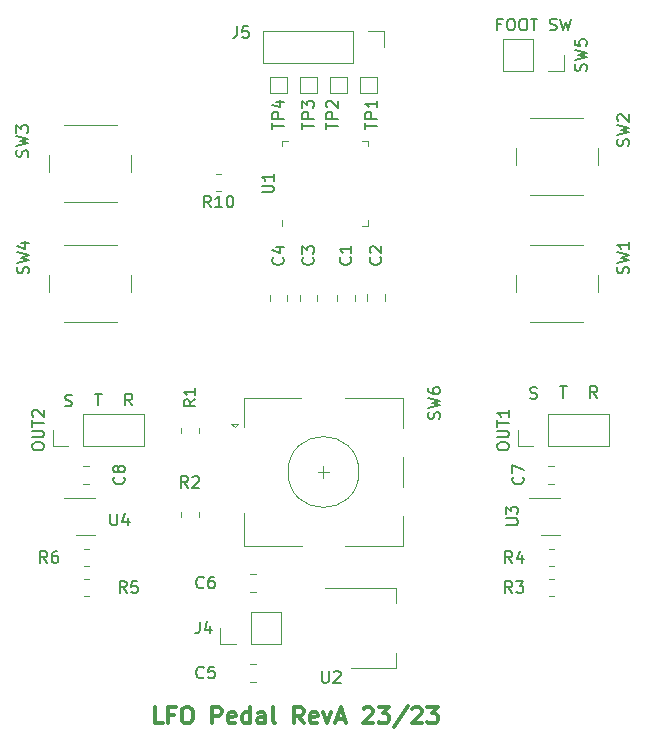
<source format=gbr>
%TF.GenerationSoftware,KiCad,Pcbnew,7.0.1-3b83917a11~172~ubuntu22.04.1*%
%TF.CreationDate,2023-06-11T16:35:38+01:00*%
%TF.ProjectId,lfo_expression_pedal,6c666f5f-6578-4707-9265-7373696f6e5f,rev?*%
%TF.SameCoordinates,Original*%
%TF.FileFunction,Legend,Top*%
%TF.FilePolarity,Positive*%
%FSLAX46Y46*%
G04 Gerber Fmt 4.6, Leading zero omitted, Abs format (unit mm)*
G04 Created by KiCad (PCBNEW 7.0.1-3b83917a11~172~ubuntu22.04.1) date 2023-06-11 16:35:38*
%MOMM*%
%LPD*%
G01*
G04 APERTURE LIST*
%ADD10C,0.300000*%
%ADD11C,0.150000*%
%ADD12C,0.120000*%
G04 APERTURE END LIST*
D10*
X127365000Y-123907666D02*
X126698333Y-123907666D01*
X126698333Y-123907666D02*
X126698333Y-122507666D01*
X128298333Y-123174333D02*
X127831666Y-123174333D01*
X127831666Y-123907666D02*
X127831666Y-122507666D01*
X127831666Y-122507666D02*
X128498333Y-122507666D01*
X129298333Y-122507666D02*
X129564999Y-122507666D01*
X129564999Y-122507666D02*
X129698333Y-122574333D01*
X129698333Y-122574333D02*
X129831666Y-122707666D01*
X129831666Y-122707666D02*
X129898333Y-122974333D01*
X129898333Y-122974333D02*
X129898333Y-123441000D01*
X129898333Y-123441000D02*
X129831666Y-123707666D01*
X129831666Y-123707666D02*
X129698333Y-123841000D01*
X129698333Y-123841000D02*
X129564999Y-123907666D01*
X129564999Y-123907666D02*
X129298333Y-123907666D01*
X129298333Y-123907666D02*
X129164999Y-123841000D01*
X129164999Y-123841000D02*
X129031666Y-123707666D01*
X129031666Y-123707666D02*
X128964999Y-123441000D01*
X128964999Y-123441000D02*
X128964999Y-122974333D01*
X128964999Y-122974333D02*
X129031666Y-122707666D01*
X129031666Y-122707666D02*
X129164999Y-122574333D01*
X129164999Y-122574333D02*
X129298333Y-122507666D01*
X131565000Y-123907666D02*
X131565000Y-122507666D01*
X131565000Y-122507666D02*
X132098333Y-122507666D01*
X132098333Y-122507666D02*
X132231667Y-122574333D01*
X132231667Y-122574333D02*
X132298333Y-122641000D01*
X132298333Y-122641000D02*
X132365000Y-122774333D01*
X132365000Y-122774333D02*
X132365000Y-122974333D01*
X132365000Y-122974333D02*
X132298333Y-123107666D01*
X132298333Y-123107666D02*
X132231667Y-123174333D01*
X132231667Y-123174333D02*
X132098333Y-123241000D01*
X132098333Y-123241000D02*
X131565000Y-123241000D01*
X133498333Y-123841000D02*
X133365000Y-123907666D01*
X133365000Y-123907666D02*
X133098333Y-123907666D01*
X133098333Y-123907666D02*
X132965000Y-123841000D01*
X132965000Y-123841000D02*
X132898333Y-123707666D01*
X132898333Y-123707666D02*
X132898333Y-123174333D01*
X132898333Y-123174333D02*
X132965000Y-123041000D01*
X132965000Y-123041000D02*
X133098333Y-122974333D01*
X133098333Y-122974333D02*
X133365000Y-122974333D01*
X133365000Y-122974333D02*
X133498333Y-123041000D01*
X133498333Y-123041000D02*
X133565000Y-123174333D01*
X133565000Y-123174333D02*
X133565000Y-123307666D01*
X133565000Y-123307666D02*
X132898333Y-123441000D01*
X134765000Y-123907666D02*
X134765000Y-122507666D01*
X134765000Y-123841000D02*
X134631667Y-123907666D01*
X134631667Y-123907666D02*
X134365000Y-123907666D01*
X134365000Y-123907666D02*
X134231667Y-123841000D01*
X134231667Y-123841000D02*
X134165000Y-123774333D01*
X134165000Y-123774333D02*
X134098333Y-123641000D01*
X134098333Y-123641000D02*
X134098333Y-123241000D01*
X134098333Y-123241000D02*
X134165000Y-123107666D01*
X134165000Y-123107666D02*
X134231667Y-123041000D01*
X134231667Y-123041000D02*
X134365000Y-122974333D01*
X134365000Y-122974333D02*
X134631667Y-122974333D01*
X134631667Y-122974333D02*
X134765000Y-123041000D01*
X136031667Y-123907666D02*
X136031667Y-123174333D01*
X136031667Y-123174333D02*
X135965000Y-123041000D01*
X135965000Y-123041000D02*
X135831667Y-122974333D01*
X135831667Y-122974333D02*
X135565000Y-122974333D01*
X135565000Y-122974333D02*
X135431667Y-123041000D01*
X136031667Y-123841000D02*
X135898334Y-123907666D01*
X135898334Y-123907666D02*
X135565000Y-123907666D01*
X135565000Y-123907666D02*
X135431667Y-123841000D01*
X135431667Y-123841000D02*
X135365000Y-123707666D01*
X135365000Y-123707666D02*
X135365000Y-123574333D01*
X135365000Y-123574333D02*
X135431667Y-123441000D01*
X135431667Y-123441000D02*
X135565000Y-123374333D01*
X135565000Y-123374333D02*
X135898334Y-123374333D01*
X135898334Y-123374333D02*
X136031667Y-123307666D01*
X136898334Y-123907666D02*
X136765001Y-123841000D01*
X136765001Y-123841000D02*
X136698334Y-123707666D01*
X136698334Y-123707666D02*
X136698334Y-122507666D01*
X139298334Y-123907666D02*
X138831667Y-123241000D01*
X138498334Y-123907666D02*
X138498334Y-122507666D01*
X138498334Y-122507666D02*
X139031667Y-122507666D01*
X139031667Y-122507666D02*
X139165001Y-122574333D01*
X139165001Y-122574333D02*
X139231667Y-122641000D01*
X139231667Y-122641000D02*
X139298334Y-122774333D01*
X139298334Y-122774333D02*
X139298334Y-122974333D01*
X139298334Y-122974333D02*
X139231667Y-123107666D01*
X139231667Y-123107666D02*
X139165001Y-123174333D01*
X139165001Y-123174333D02*
X139031667Y-123241000D01*
X139031667Y-123241000D02*
X138498334Y-123241000D01*
X140431667Y-123841000D02*
X140298334Y-123907666D01*
X140298334Y-123907666D02*
X140031667Y-123907666D01*
X140031667Y-123907666D02*
X139898334Y-123841000D01*
X139898334Y-123841000D02*
X139831667Y-123707666D01*
X139831667Y-123707666D02*
X139831667Y-123174333D01*
X139831667Y-123174333D02*
X139898334Y-123041000D01*
X139898334Y-123041000D02*
X140031667Y-122974333D01*
X140031667Y-122974333D02*
X140298334Y-122974333D01*
X140298334Y-122974333D02*
X140431667Y-123041000D01*
X140431667Y-123041000D02*
X140498334Y-123174333D01*
X140498334Y-123174333D02*
X140498334Y-123307666D01*
X140498334Y-123307666D02*
X139831667Y-123441000D01*
X140965001Y-122974333D02*
X141298334Y-123907666D01*
X141298334Y-123907666D02*
X141631667Y-122974333D01*
X142098334Y-123507666D02*
X142765001Y-123507666D01*
X141965001Y-123907666D02*
X142431668Y-122507666D01*
X142431668Y-122507666D02*
X142898334Y-123907666D01*
X144365001Y-122641000D02*
X144431668Y-122574333D01*
X144431668Y-122574333D02*
X144565001Y-122507666D01*
X144565001Y-122507666D02*
X144898335Y-122507666D01*
X144898335Y-122507666D02*
X145031668Y-122574333D01*
X145031668Y-122574333D02*
X145098335Y-122641000D01*
X145098335Y-122641000D02*
X145165001Y-122774333D01*
X145165001Y-122774333D02*
X145165001Y-122907666D01*
X145165001Y-122907666D02*
X145098335Y-123107666D01*
X145098335Y-123107666D02*
X144298335Y-123907666D01*
X144298335Y-123907666D02*
X145165001Y-123907666D01*
X145631668Y-122507666D02*
X146498334Y-122507666D01*
X146498334Y-122507666D02*
X146031668Y-123041000D01*
X146031668Y-123041000D02*
X146231668Y-123041000D01*
X146231668Y-123041000D02*
X146365001Y-123107666D01*
X146365001Y-123107666D02*
X146431668Y-123174333D01*
X146431668Y-123174333D02*
X146498334Y-123307666D01*
X146498334Y-123307666D02*
X146498334Y-123641000D01*
X146498334Y-123641000D02*
X146431668Y-123774333D01*
X146431668Y-123774333D02*
X146365001Y-123841000D01*
X146365001Y-123841000D02*
X146231668Y-123907666D01*
X146231668Y-123907666D02*
X145831668Y-123907666D01*
X145831668Y-123907666D02*
X145698334Y-123841000D01*
X145698334Y-123841000D02*
X145631668Y-123774333D01*
X148098334Y-122441000D02*
X146898334Y-124241000D01*
X148498334Y-122641000D02*
X148565001Y-122574333D01*
X148565001Y-122574333D02*
X148698334Y-122507666D01*
X148698334Y-122507666D02*
X149031668Y-122507666D01*
X149031668Y-122507666D02*
X149165001Y-122574333D01*
X149165001Y-122574333D02*
X149231668Y-122641000D01*
X149231668Y-122641000D02*
X149298334Y-122774333D01*
X149298334Y-122774333D02*
X149298334Y-122907666D01*
X149298334Y-122907666D02*
X149231668Y-123107666D01*
X149231668Y-123107666D02*
X148431668Y-123907666D01*
X148431668Y-123907666D02*
X149298334Y-123907666D01*
X149765001Y-122507666D02*
X150631667Y-122507666D01*
X150631667Y-122507666D02*
X150165001Y-123041000D01*
X150165001Y-123041000D02*
X150365001Y-123041000D01*
X150365001Y-123041000D02*
X150498334Y-123107666D01*
X150498334Y-123107666D02*
X150565001Y-123174333D01*
X150565001Y-123174333D02*
X150631667Y-123307666D01*
X150631667Y-123307666D02*
X150631667Y-123641000D01*
X150631667Y-123641000D02*
X150565001Y-123774333D01*
X150565001Y-123774333D02*
X150498334Y-123841000D01*
X150498334Y-123841000D02*
X150365001Y-123907666D01*
X150365001Y-123907666D02*
X149965001Y-123907666D01*
X149965001Y-123907666D02*
X149831667Y-123841000D01*
X149831667Y-123841000D02*
X149765001Y-123774333D01*
D11*
%TO.C,SW2*%
X166785000Y-74993332D02*
X166832619Y-74850475D01*
X166832619Y-74850475D02*
X166832619Y-74612380D01*
X166832619Y-74612380D02*
X166785000Y-74517142D01*
X166785000Y-74517142D02*
X166737380Y-74469523D01*
X166737380Y-74469523D02*
X166642142Y-74421904D01*
X166642142Y-74421904D02*
X166546904Y-74421904D01*
X166546904Y-74421904D02*
X166451666Y-74469523D01*
X166451666Y-74469523D02*
X166404047Y-74517142D01*
X166404047Y-74517142D02*
X166356428Y-74612380D01*
X166356428Y-74612380D02*
X166308809Y-74802856D01*
X166308809Y-74802856D02*
X166261190Y-74898094D01*
X166261190Y-74898094D02*
X166213571Y-74945713D01*
X166213571Y-74945713D02*
X166118333Y-74993332D01*
X166118333Y-74993332D02*
X166023095Y-74993332D01*
X166023095Y-74993332D02*
X165927857Y-74945713D01*
X165927857Y-74945713D02*
X165880238Y-74898094D01*
X165880238Y-74898094D02*
X165832619Y-74802856D01*
X165832619Y-74802856D02*
X165832619Y-74564761D01*
X165832619Y-74564761D02*
X165880238Y-74421904D01*
X165832619Y-74088570D02*
X166832619Y-73850475D01*
X166832619Y-73850475D02*
X166118333Y-73659999D01*
X166118333Y-73659999D02*
X166832619Y-73469523D01*
X166832619Y-73469523D02*
X165832619Y-73231428D01*
X165927857Y-72898094D02*
X165880238Y-72850475D01*
X165880238Y-72850475D02*
X165832619Y-72755237D01*
X165832619Y-72755237D02*
X165832619Y-72517142D01*
X165832619Y-72517142D02*
X165880238Y-72421904D01*
X165880238Y-72421904D02*
X165927857Y-72374285D01*
X165927857Y-72374285D02*
X166023095Y-72326666D01*
X166023095Y-72326666D02*
X166118333Y-72326666D01*
X166118333Y-72326666D02*
X166261190Y-72374285D01*
X166261190Y-72374285D02*
X166832619Y-72945713D01*
X166832619Y-72945713D02*
X166832619Y-72326666D01*
%TO.C,J2*%
X121634286Y-95982619D02*
X122205714Y-95982619D01*
X121920000Y-96982619D02*
X121920000Y-95982619D01*
X116302619Y-100536190D02*
X116302619Y-100345714D01*
X116302619Y-100345714D02*
X116350238Y-100250476D01*
X116350238Y-100250476D02*
X116445476Y-100155238D01*
X116445476Y-100155238D02*
X116635952Y-100107619D01*
X116635952Y-100107619D02*
X116969285Y-100107619D01*
X116969285Y-100107619D02*
X117159761Y-100155238D01*
X117159761Y-100155238D02*
X117255000Y-100250476D01*
X117255000Y-100250476D02*
X117302619Y-100345714D01*
X117302619Y-100345714D02*
X117302619Y-100536190D01*
X117302619Y-100536190D02*
X117255000Y-100631428D01*
X117255000Y-100631428D02*
X117159761Y-100726666D01*
X117159761Y-100726666D02*
X116969285Y-100774285D01*
X116969285Y-100774285D02*
X116635952Y-100774285D01*
X116635952Y-100774285D02*
X116445476Y-100726666D01*
X116445476Y-100726666D02*
X116350238Y-100631428D01*
X116350238Y-100631428D02*
X116302619Y-100536190D01*
X116302619Y-99679047D02*
X117112142Y-99679047D01*
X117112142Y-99679047D02*
X117207380Y-99631428D01*
X117207380Y-99631428D02*
X117255000Y-99583809D01*
X117255000Y-99583809D02*
X117302619Y-99488571D01*
X117302619Y-99488571D02*
X117302619Y-99298095D01*
X117302619Y-99298095D02*
X117255000Y-99202857D01*
X117255000Y-99202857D02*
X117207380Y-99155238D01*
X117207380Y-99155238D02*
X117112142Y-99107619D01*
X117112142Y-99107619D02*
X116302619Y-99107619D01*
X116302619Y-98774285D02*
X116302619Y-98202857D01*
X117302619Y-98488571D02*
X116302619Y-98488571D01*
X116397857Y-97917142D02*
X116350238Y-97869523D01*
X116350238Y-97869523D02*
X116302619Y-97774285D01*
X116302619Y-97774285D02*
X116302619Y-97536190D01*
X116302619Y-97536190D02*
X116350238Y-97440952D01*
X116350238Y-97440952D02*
X116397857Y-97393333D01*
X116397857Y-97393333D02*
X116493095Y-97345714D01*
X116493095Y-97345714D02*
X116588333Y-97345714D01*
X116588333Y-97345714D02*
X116731190Y-97393333D01*
X116731190Y-97393333D02*
X117302619Y-97964761D01*
X117302619Y-97964761D02*
X117302619Y-97345714D01*
X119665713Y-96105000D02*
X119522856Y-96057380D01*
X119522856Y-96057380D02*
X119284761Y-96057380D01*
X119284761Y-96057380D02*
X119189523Y-96105000D01*
X119189523Y-96105000D02*
X119141904Y-96152619D01*
X119141904Y-96152619D02*
X119094285Y-96247857D01*
X119094285Y-96247857D02*
X119094285Y-96343095D01*
X119094285Y-96343095D02*
X119141904Y-96438333D01*
X119141904Y-96438333D02*
X119189523Y-96485952D01*
X119189523Y-96485952D02*
X119284761Y-96533571D01*
X119284761Y-96533571D02*
X119475237Y-96581190D01*
X119475237Y-96581190D02*
X119570475Y-96628809D01*
X119570475Y-96628809D02*
X119618094Y-96676428D01*
X119618094Y-96676428D02*
X119665713Y-96771666D01*
X119665713Y-96771666D02*
X119665713Y-96866904D01*
X119665713Y-96866904D02*
X119618094Y-96962142D01*
X119618094Y-96962142D02*
X119570475Y-97009761D01*
X119570475Y-97009761D02*
X119475237Y-97057380D01*
X119475237Y-97057380D02*
X119237142Y-97057380D01*
X119237142Y-97057380D02*
X119094285Y-97009761D01*
X124769523Y-96982619D02*
X124436190Y-96506428D01*
X124198095Y-96982619D02*
X124198095Y-95982619D01*
X124198095Y-95982619D02*
X124579047Y-95982619D01*
X124579047Y-95982619D02*
X124674285Y-96030238D01*
X124674285Y-96030238D02*
X124721904Y-96077857D01*
X124721904Y-96077857D02*
X124769523Y-96173095D01*
X124769523Y-96173095D02*
X124769523Y-96315952D01*
X124769523Y-96315952D02*
X124721904Y-96411190D01*
X124721904Y-96411190D02*
X124674285Y-96458809D01*
X124674285Y-96458809D02*
X124579047Y-96506428D01*
X124579047Y-96506428D02*
X124198095Y-96506428D01*
%TO.C,SW6*%
X150783000Y-98107332D02*
X150830619Y-97964475D01*
X150830619Y-97964475D02*
X150830619Y-97726380D01*
X150830619Y-97726380D02*
X150783000Y-97631142D01*
X150783000Y-97631142D02*
X150735380Y-97583523D01*
X150735380Y-97583523D02*
X150640142Y-97535904D01*
X150640142Y-97535904D02*
X150544904Y-97535904D01*
X150544904Y-97535904D02*
X150449666Y-97583523D01*
X150449666Y-97583523D02*
X150402047Y-97631142D01*
X150402047Y-97631142D02*
X150354428Y-97726380D01*
X150354428Y-97726380D02*
X150306809Y-97916856D01*
X150306809Y-97916856D02*
X150259190Y-98012094D01*
X150259190Y-98012094D02*
X150211571Y-98059713D01*
X150211571Y-98059713D02*
X150116333Y-98107332D01*
X150116333Y-98107332D02*
X150021095Y-98107332D01*
X150021095Y-98107332D02*
X149925857Y-98059713D01*
X149925857Y-98059713D02*
X149878238Y-98012094D01*
X149878238Y-98012094D02*
X149830619Y-97916856D01*
X149830619Y-97916856D02*
X149830619Y-97678761D01*
X149830619Y-97678761D02*
X149878238Y-97535904D01*
X149830619Y-97202570D02*
X150830619Y-96964475D01*
X150830619Y-96964475D02*
X150116333Y-96773999D01*
X150116333Y-96773999D02*
X150830619Y-96583523D01*
X150830619Y-96583523D02*
X149830619Y-96345428D01*
X149830619Y-95535904D02*
X149830619Y-95726380D01*
X149830619Y-95726380D02*
X149878238Y-95821618D01*
X149878238Y-95821618D02*
X149925857Y-95869237D01*
X149925857Y-95869237D02*
X150068714Y-95964475D01*
X150068714Y-95964475D02*
X150259190Y-96012094D01*
X150259190Y-96012094D02*
X150640142Y-96012094D01*
X150640142Y-96012094D02*
X150735380Y-95964475D01*
X150735380Y-95964475D02*
X150783000Y-95916856D01*
X150783000Y-95916856D02*
X150830619Y-95821618D01*
X150830619Y-95821618D02*
X150830619Y-95631142D01*
X150830619Y-95631142D02*
X150783000Y-95535904D01*
X150783000Y-95535904D02*
X150735380Y-95488285D01*
X150735380Y-95488285D02*
X150640142Y-95440666D01*
X150640142Y-95440666D02*
X150402047Y-95440666D01*
X150402047Y-95440666D02*
X150306809Y-95488285D01*
X150306809Y-95488285D02*
X150259190Y-95535904D01*
X150259190Y-95535904D02*
X150211571Y-95631142D01*
X150211571Y-95631142D02*
X150211571Y-95821618D01*
X150211571Y-95821618D02*
X150259190Y-95916856D01*
X150259190Y-95916856D02*
X150306809Y-95964475D01*
X150306809Y-95964475D02*
X150402047Y-96012094D01*
%TO.C,SW1*%
X166785000Y-85788332D02*
X166832619Y-85645475D01*
X166832619Y-85645475D02*
X166832619Y-85407380D01*
X166832619Y-85407380D02*
X166785000Y-85312142D01*
X166785000Y-85312142D02*
X166737380Y-85264523D01*
X166737380Y-85264523D02*
X166642142Y-85216904D01*
X166642142Y-85216904D02*
X166546904Y-85216904D01*
X166546904Y-85216904D02*
X166451666Y-85264523D01*
X166451666Y-85264523D02*
X166404047Y-85312142D01*
X166404047Y-85312142D02*
X166356428Y-85407380D01*
X166356428Y-85407380D02*
X166308809Y-85597856D01*
X166308809Y-85597856D02*
X166261190Y-85693094D01*
X166261190Y-85693094D02*
X166213571Y-85740713D01*
X166213571Y-85740713D02*
X166118333Y-85788332D01*
X166118333Y-85788332D02*
X166023095Y-85788332D01*
X166023095Y-85788332D02*
X165927857Y-85740713D01*
X165927857Y-85740713D02*
X165880238Y-85693094D01*
X165880238Y-85693094D02*
X165832619Y-85597856D01*
X165832619Y-85597856D02*
X165832619Y-85359761D01*
X165832619Y-85359761D02*
X165880238Y-85216904D01*
X165832619Y-84883570D02*
X166832619Y-84645475D01*
X166832619Y-84645475D02*
X166118333Y-84454999D01*
X166118333Y-84454999D02*
X166832619Y-84264523D01*
X166832619Y-84264523D02*
X165832619Y-84026428D01*
X166832619Y-83121666D02*
X166832619Y-83693094D01*
X166832619Y-83407380D02*
X165832619Y-83407380D01*
X165832619Y-83407380D02*
X165975476Y-83502618D01*
X165975476Y-83502618D02*
X166070714Y-83597856D01*
X166070714Y-83597856D02*
X166118333Y-83693094D01*
%TO.C,U2*%
X140843095Y-119477619D02*
X140843095Y-120287142D01*
X140843095Y-120287142D02*
X140890714Y-120382380D01*
X140890714Y-120382380D02*
X140938333Y-120430000D01*
X140938333Y-120430000D02*
X141033571Y-120477619D01*
X141033571Y-120477619D02*
X141224047Y-120477619D01*
X141224047Y-120477619D02*
X141319285Y-120430000D01*
X141319285Y-120430000D02*
X141366904Y-120382380D01*
X141366904Y-120382380D02*
X141414523Y-120287142D01*
X141414523Y-120287142D02*
X141414523Y-119477619D01*
X141843095Y-119572857D02*
X141890714Y-119525238D01*
X141890714Y-119525238D02*
X141985952Y-119477619D01*
X141985952Y-119477619D02*
X142224047Y-119477619D01*
X142224047Y-119477619D02*
X142319285Y-119525238D01*
X142319285Y-119525238D02*
X142366904Y-119572857D01*
X142366904Y-119572857D02*
X142414523Y-119668095D01*
X142414523Y-119668095D02*
X142414523Y-119763333D01*
X142414523Y-119763333D02*
X142366904Y-119906190D01*
X142366904Y-119906190D02*
X141795476Y-120477619D01*
X141795476Y-120477619D02*
X142414523Y-120477619D01*
%TO.C,R10*%
X131437142Y-80217619D02*
X131103809Y-79741428D01*
X130865714Y-80217619D02*
X130865714Y-79217619D01*
X130865714Y-79217619D02*
X131246666Y-79217619D01*
X131246666Y-79217619D02*
X131341904Y-79265238D01*
X131341904Y-79265238D02*
X131389523Y-79312857D01*
X131389523Y-79312857D02*
X131437142Y-79408095D01*
X131437142Y-79408095D02*
X131437142Y-79550952D01*
X131437142Y-79550952D02*
X131389523Y-79646190D01*
X131389523Y-79646190D02*
X131341904Y-79693809D01*
X131341904Y-79693809D02*
X131246666Y-79741428D01*
X131246666Y-79741428D02*
X130865714Y-79741428D01*
X132389523Y-80217619D02*
X131818095Y-80217619D01*
X132103809Y-80217619D02*
X132103809Y-79217619D01*
X132103809Y-79217619D02*
X132008571Y-79360476D01*
X132008571Y-79360476D02*
X131913333Y-79455714D01*
X131913333Y-79455714D02*
X131818095Y-79503333D01*
X133008571Y-79217619D02*
X133103809Y-79217619D01*
X133103809Y-79217619D02*
X133199047Y-79265238D01*
X133199047Y-79265238D02*
X133246666Y-79312857D01*
X133246666Y-79312857D02*
X133294285Y-79408095D01*
X133294285Y-79408095D02*
X133341904Y-79598571D01*
X133341904Y-79598571D02*
X133341904Y-79836666D01*
X133341904Y-79836666D02*
X133294285Y-80027142D01*
X133294285Y-80027142D02*
X133246666Y-80122380D01*
X133246666Y-80122380D02*
X133199047Y-80170000D01*
X133199047Y-80170000D02*
X133103809Y-80217619D01*
X133103809Y-80217619D02*
X133008571Y-80217619D01*
X133008571Y-80217619D02*
X132913333Y-80170000D01*
X132913333Y-80170000D02*
X132865714Y-80122380D01*
X132865714Y-80122380D02*
X132818095Y-80027142D01*
X132818095Y-80027142D02*
X132770476Y-79836666D01*
X132770476Y-79836666D02*
X132770476Y-79598571D01*
X132770476Y-79598571D02*
X132818095Y-79408095D01*
X132818095Y-79408095D02*
X132865714Y-79312857D01*
X132865714Y-79312857D02*
X132913333Y-79265238D01*
X132913333Y-79265238D02*
X133008571Y-79217619D01*
%TO.C,C2*%
X145782380Y-84434166D02*
X145830000Y-84481785D01*
X145830000Y-84481785D02*
X145877619Y-84624642D01*
X145877619Y-84624642D02*
X145877619Y-84719880D01*
X145877619Y-84719880D02*
X145830000Y-84862737D01*
X145830000Y-84862737D02*
X145734761Y-84957975D01*
X145734761Y-84957975D02*
X145639523Y-85005594D01*
X145639523Y-85005594D02*
X145449047Y-85053213D01*
X145449047Y-85053213D02*
X145306190Y-85053213D01*
X145306190Y-85053213D02*
X145115714Y-85005594D01*
X145115714Y-85005594D02*
X145020476Y-84957975D01*
X145020476Y-84957975D02*
X144925238Y-84862737D01*
X144925238Y-84862737D02*
X144877619Y-84719880D01*
X144877619Y-84719880D02*
X144877619Y-84624642D01*
X144877619Y-84624642D02*
X144925238Y-84481785D01*
X144925238Y-84481785D02*
X144972857Y-84434166D01*
X144972857Y-84053213D02*
X144925238Y-84005594D01*
X144925238Y-84005594D02*
X144877619Y-83910356D01*
X144877619Y-83910356D02*
X144877619Y-83672261D01*
X144877619Y-83672261D02*
X144925238Y-83577023D01*
X144925238Y-83577023D02*
X144972857Y-83529404D01*
X144972857Y-83529404D02*
X145068095Y-83481785D01*
X145068095Y-83481785D02*
X145163333Y-83481785D01*
X145163333Y-83481785D02*
X145306190Y-83529404D01*
X145306190Y-83529404D02*
X145877619Y-84100832D01*
X145877619Y-84100832D02*
X145877619Y-83481785D01*
%TO.C,SW4*%
X115985000Y-85788332D02*
X116032619Y-85645475D01*
X116032619Y-85645475D02*
X116032619Y-85407380D01*
X116032619Y-85407380D02*
X115985000Y-85312142D01*
X115985000Y-85312142D02*
X115937380Y-85264523D01*
X115937380Y-85264523D02*
X115842142Y-85216904D01*
X115842142Y-85216904D02*
X115746904Y-85216904D01*
X115746904Y-85216904D02*
X115651666Y-85264523D01*
X115651666Y-85264523D02*
X115604047Y-85312142D01*
X115604047Y-85312142D02*
X115556428Y-85407380D01*
X115556428Y-85407380D02*
X115508809Y-85597856D01*
X115508809Y-85597856D02*
X115461190Y-85693094D01*
X115461190Y-85693094D02*
X115413571Y-85740713D01*
X115413571Y-85740713D02*
X115318333Y-85788332D01*
X115318333Y-85788332D02*
X115223095Y-85788332D01*
X115223095Y-85788332D02*
X115127857Y-85740713D01*
X115127857Y-85740713D02*
X115080238Y-85693094D01*
X115080238Y-85693094D02*
X115032619Y-85597856D01*
X115032619Y-85597856D02*
X115032619Y-85359761D01*
X115032619Y-85359761D02*
X115080238Y-85216904D01*
X115032619Y-84883570D02*
X116032619Y-84645475D01*
X116032619Y-84645475D02*
X115318333Y-84454999D01*
X115318333Y-84454999D02*
X116032619Y-84264523D01*
X116032619Y-84264523D02*
X115032619Y-84026428D01*
X115365952Y-83216904D02*
X116032619Y-83216904D01*
X114985000Y-83454999D02*
X115699285Y-83693094D01*
X115699285Y-83693094D02*
X115699285Y-83074047D01*
%TO.C,SW3*%
X115910000Y-75918332D02*
X115957619Y-75775475D01*
X115957619Y-75775475D02*
X115957619Y-75537380D01*
X115957619Y-75537380D02*
X115910000Y-75442142D01*
X115910000Y-75442142D02*
X115862380Y-75394523D01*
X115862380Y-75394523D02*
X115767142Y-75346904D01*
X115767142Y-75346904D02*
X115671904Y-75346904D01*
X115671904Y-75346904D02*
X115576666Y-75394523D01*
X115576666Y-75394523D02*
X115529047Y-75442142D01*
X115529047Y-75442142D02*
X115481428Y-75537380D01*
X115481428Y-75537380D02*
X115433809Y-75727856D01*
X115433809Y-75727856D02*
X115386190Y-75823094D01*
X115386190Y-75823094D02*
X115338571Y-75870713D01*
X115338571Y-75870713D02*
X115243333Y-75918332D01*
X115243333Y-75918332D02*
X115148095Y-75918332D01*
X115148095Y-75918332D02*
X115052857Y-75870713D01*
X115052857Y-75870713D02*
X115005238Y-75823094D01*
X115005238Y-75823094D02*
X114957619Y-75727856D01*
X114957619Y-75727856D02*
X114957619Y-75489761D01*
X114957619Y-75489761D02*
X115005238Y-75346904D01*
X114957619Y-75013570D02*
X115957619Y-74775475D01*
X115957619Y-74775475D02*
X115243333Y-74584999D01*
X115243333Y-74584999D02*
X115957619Y-74394523D01*
X115957619Y-74394523D02*
X114957619Y-74156428D01*
X114957619Y-73870713D02*
X114957619Y-73251666D01*
X114957619Y-73251666D02*
X115338571Y-73584999D01*
X115338571Y-73584999D02*
X115338571Y-73442142D01*
X115338571Y-73442142D02*
X115386190Y-73346904D01*
X115386190Y-73346904D02*
X115433809Y-73299285D01*
X115433809Y-73299285D02*
X115529047Y-73251666D01*
X115529047Y-73251666D02*
X115767142Y-73251666D01*
X115767142Y-73251666D02*
X115862380Y-73299285D01*
X115862380Y-73299285D02*
X115910000Y-73346904D01*
X115910000Y-73346904D02*
X115957619Y-73442142D01*
X115957619Y-73442142D02*
X115957619Y-73727856D01*
X115957619Y-73727856D02*
X115910000Y-73823094D01*
X115910000Y-73823094D02*
X115862380Y-73870713D01*
%TO.C,J5*%
X133651666Y-64867619D02*
X133651666Y-65581904D01*
X133651666Y-65581904D02*
X133604047Y-65724761D01*
X133604047Y-65724761D02*
X133508809Y-65820000D01*
X133508809Y-65820000D02*
X133365952Y-65867619D01*
X133365952Y-65867619D02*
X133270714Y-65867619D01*
X134604047Y-64867619D02*
X134127857Y-64867619D01*
X134127857Y-64867619D02*
X134080238Y-65343809D01*
X134080238Y-65343809D02*
X134127857Y-65296190D01*
X134127857Y-65296190D02*
X134223095Y-65248571D01*
X134223095Y-65248571D02*
X134461190Y-65248571D01*
X134461190Y-65248571D02*
X134556428Y-65296190D01*
X134556428Y-65296190D02*
X134604047Y-65343809D01*
X134604047Y-65343809D02*
X134651666Y-65439047D01*
X134651666Y-65439047D02*
X134651666Y-65677142D01*
X134651666Y-65677142D02*
X134604047Y-65772380D01*
X134604047Y-65772380D02*
X134556428Y-65820000D01*
X134556428Y-65820000D02*
X134461190Y-65867619D01*
X134461190Y-65867619D02*
X134223095Y-65867619D01*
X134223095Y-65867619D02*
X134127857Y-65820000D01*
X134127857Y-65820000D02*
X134080238Y-65772380D01*
%TO.C,R3*%
X156948333Y-112857619D02*
X156615000Y-112381428D01*
X156376905Y-112857619D02*
X156376905Y-111857619D01*
X156376905Y-111857619D02*
X156757857Y-111857619D01*
X156757857Y-111857619D02*
X156853095Y-111905238D01*
X156853095Y-111905238D02*
X156900714Y-111952857D01*
X156900714Y-111952857D02*
X156948333Y-112048095D01*
X156948333Y-112048095D02*
X156948333Y-112190952D01*
X156948333Y-112190952D02*
X156900714Y-112286190D01*
X156900714Y-112286190D02*
X156853095Y-112333809D01*
X156853095Y-112333809D02*
X156757857Y-112381428D01*
X156757857Y-112381428D02*
X156376905Y-112381428D01*
X157281667Y-111857619D02*
X157900714Y-111857619D01*
X157900714Y-111857619D02*
X157567381Y-112238571D01*
X157567381Y-112238571D02*
X157710238Y-112238571D01*
X157710238Y-112238571D02*
X157805476Y-112286190D01*
X157805476Y-112286190D02*
X157853095Y-112333809D01*
X157853095Y-112333809D02*
X157900714Y-112429047D01*
X157900714Y-112429047D02*
X157900714Y-112667142D01*
X157900714Y-112667142D02*
X157853095Y-112762380D01*
X157853095Y-112762380D02*
X157805476Y-112810000D01*
X157805476Y-112810000D02*
X157710238Y-112857619D01*
X157710238Y-112857619D02*
X157424524Y-112857619D01*
X157424524Y-112857619D02*
X157329286Y-112810000D01*
X157329286Y-112810000D02*
X157281667Y-112762380D01*
%TO.C,U3*%
X156440119Y-107121904D02*
X157249642Y-107121904D01*
X157249642Y-107121904D02*
X157344880Y-107074285D01*
X157344880Y-107074285D02*
X157392500Y-107026666D01*
X157392500Y-107026666D02*
X157440119Y-106931428D01*
X157440119Y-106931428D02*
X157440119Y-106740952D01*
X157440119Y-106740952D02*
X157392500Y-106645714D01*
X157392500Y-106645714D02*
X157344880Y-106598095D01*
X157344880Y-106598095D02*
X157249642Y-106550476D01*
X157249642Y-106550476D02*
X156440119Y-106550476D01*
X156440119Y-106169523D02*
X156440119Y-105550476D01*
X156440119Y-105550476D02*
X156821071Y-105883809D01*
X156821071Y-105883809D02*
X156821071Y-105740952D01*
X156821071Y-105740952D02*
X156868690Y-105645714D01*
X156868690Y-105645714D02*
X156916309Y-105598095D01*
X156916309Y-105598095D02*
X157011547Y-105550476D01*
X157011547Y-105550476D02*
X157249642Y-105550476D01*
X157249642Y-105550476D02*
X157344880Y-105598095D01*
X157344880Y-105598095D02*
X157392500Y-105645714D01*
X157392500Y-105645714D02*
X157440119Y-105740952D01*
X157440119Y-105740952D02*
X157440119Y-106026666D01*
X157440119Y-106026666D02*
X157392500Y-106121904D01*
X157392500Y-106121904D02*
X157344880Y-106169523D01*
%TO.C,C7*%
X157847380Y-103036666D02*
X157895000Y-103084285D01*
X157895000Y-103084285D02*
X157942619Y-103227142D01*
X157942619Y-103227142D02*
X157942619Y-103322380D01*
X157942619Y-103322380D02*
X157895000Y-103465237D01*
X157895000Y-103465237D02*
X157799761Y-103560475D01*
X157799761Y-103560475D02*
X157704523Y-103608094D01*
X157704523Y-103608094D02*
X157514047Y-103655713D01*
X157514047Y-103655713D02*
X157371190Y-103655713D01*
X157371190Y-103655713D02*
X157180714Y-103608094D01*
X157180714Y-103608094D02*
X157085476Y-103560475D01*
X157085476Y-103560475D02*
X156990238Y-103465237D01*
X156990238Y-103465237D02*
X156942619Y-103322380D01*
X156942619Y-103322380D02*
X156942619Y-103227142D01*
X156942619Y-103227142D02*
X156990238Y-103084285D01*
X156990238Y-103084285D02*
X157037857Y-103036666D01*
X156942619Y-102703332D02*
X156942619Y-102036666D01*
X156942619Y-102036666D02*
X157942619Y-102465237D01*
%TO.C,J4*%
X130476666Y-115286619D02*
X130476666Y-116000904D01*
X130476666Y-116000904D02*
X130429047Y-116143761D01*
X130429047Y-116143761D02*
X130333809Y-116239000D01*
X130333809Y-116239000D02*
X130190952Y-116286619D01*
X130190952Y-116286619D02*
X130095714Y-116286619D01*
X131381428Y-115619952D02*
X131381428Y-116286619D01*
X131143333Y-115239000D02*
X130905238Y-115953285D01*
X130905238Y-115953285D02*
X131524285Y-115953285D01*
%TO.C,TP3*%
X139162619Y-73596904D02*
X139162619Y-73025476D01*
X140162619Y-73311190D02*
X139162619Y-73311190D01*
X140162619Y-72692142D02*
X139162619Y-72692142D01*
X139162619Y-72692142D02*
X139162619Y-72311190D01*
X139162619Y-72311190D02*
X139210238Y-72215952D01*
X139210238Y-72215952D02*
X139257857Y-72168333D01*
X139257857Y-72168333D02*
X139353095Y-72120714D01*
X139353095Y-72120714D02*
X139495952Y-72120714D01*
X139495952Y-72120714D02*
X139591190Y-72168333D01*
X139591190Y-72168333D02*
X139638809Y-72215952D01*
X139638809Y-72215952D02*
X139686428Y-72311190D01*
X139686428Y-72311190D02*
X139686428Y-72692142D01*
X139162619Y-71787380D02*
X139162619Y-71168333D01*
X139162619Y-71168333D02*
X139543571Y-71501666D01*
X139543571Y-71501666D02*
X139543571Y-71358809D01*
X139543571Y-71358809D02*
X139591190Y-71263571D01*
X139591190Y-71263571D02*
X139638809Y-71215952D01*
X139638809Y-71215952D02*
X139734047Y-71168333D01*
X139734047Y-71168333D02*
X139972142Y-71168333D01*
X139972142Y-71168333D02*
X140067380Y-71215952D01*
X140067380Y-71215952D02*
X140115000Y-71263571D01*
X140115000Y-71263571D02*
X140162619Y-71358809D01*
X140162619Y-71358809D02*
X140162619Y-71644523D01*
X140162619Y-71644523D02*
X140115000Y-71739761D01*
X140115000Y-71739761D02*
X140067380Y-71787380D01*
%TO.C,R2*%
X129489333Y-103967619D02*
X129156000Y-103491428D01*
X128917905Y-103967619D02*
X128917905Y-102967619D01*
X128917905Y-102967619D02*
X129298857Y-102967619D01*
X129298857Y-102967619D02*
X129394095Y-103015238D01*
X129394095Y-103015238D02*
X129441714Y-103062857D01*
X129441714Y-103062857D02*
X129489333Y-103158095D01*
X129489333Y-103158095D02*
X129489333Y-103300952D01*
X129489333Y-103300952D02*
X129441714Y-103396190D01*
X129441714Y-103396190D02*
X129394095Y-103443809D01*
X129394095Y-103443809D02*
X129298857Y-103491428D01*
X129298857Y-103491428D02*
X128917905Y-103491428D01*
X129870286Y-103062857D02*
X129917905Y-103015238D01*
X129917905Y-103015238D02*
X130013143Y-102967619D01*
X130013143Y-102967619D02*
X130251238Y-102967619D01*
X130251238Y-102967619D02*
X130346476Y-103015238D01*
X130346476Y-103015238D02*
X130394095Y-103062857D01*
X130394095Y-103062857D02*
X130441714Y-103158095D01*
X130441714Y-103158095D02*
X130441714Y-103253333D01*
X130441714Y-103253333D02*
X130394095Y-103396190D01*
X130394095Y-103396190D02*
X129822667Y-103967619D01*
X129822667Y-103967619D02*
X130441714Y-103967619D01*
%TO.C,J6*%
X164139523Y-96347619D02*
X163806190Y-95871428D01*
X163568095Y-96347619D02*
X163568095Y-95347619D01*
X163568095Y-95347619D02*
X163949047Y-95347619D01*
X163949047Y-95347619D02*
X164044285Y-95395238D01*
X164044285Y-95395238D02*
X164091904Y-95442857D01*
X164091904Y-95442857D02*
X164139523Y-95538095D01*
X164139523Y-95538095D02*
X164139523Y-95680952D01*
X164139523Y-95680952D02*
X164091904Y-95776190D01*
X164091904Y-95776190D02*
X164044285Y-95823809D01*
X164044285Y-95823809D02*
X163949047Y-95871428D01*
X163949047Y-95871428D02*
X163568095Y-95871428D01*
X155672619Y-100536190D02*
X155672619Y-100345714D01*
X155672619Y-100345714D02*
X155720238Y-100250476D01*
X155720238Y-100250476D02*
X155815476Y-100155238D01*
X155815476Y-100155238D02*
X156005952Y-100107619D01*
X156005952Y-100107619D02*
X156339285Y-100107619D01*
X156339285Y-100107619D02*
X156529761Y-100155238D01*
X156529761Y-100155238D02*
X156625000Y-100250476D01*
X156625000Y-100250476D02*
X156672619Y-100345714D01*
X156672619Y-100345714D02*
X156672619Y-100536190D01*
X156672619Y-100536190D02*
X156625000Y-100631428D01*
X156625000Y-100631428D02*
X156529761Y-100726666D01*
X156529761Y-100726666D02*
X156339285Y-100774285D01*
X156339285Y-100774285D02*
X156005952Y-100774285D01*
X156005952Y-100774285D02*
X155815476Y-100726666D01*
X155815476Y-100726666D02*
X155720238Y-100631428D01*
X155720238Y-100631428D02*
X155672619Y-100536190D01*
X155672619Y-99679047D02*
X156482142Y-99679047D01*
X156482142Y-99679047D02*
X156577380Y-99631428D01*
X156577380Y-99631428D02*
X156625000Y-99583809D01*
X156625000Y-99583809D02*
X156672619Y-99488571D01*
X156672619Y-99488571D02*
X156672619Y-99298095D01*
X156672619Y-99298095D02*
X156625000Y-99202857D01*
X156625000Y-99202857D02*
X156577380Y-99155238D01*
X156577380Y-99155238D02*
X156482142Y-99107619D01*
X156482142Y-99107619D02*
X155672619Y-99107619D01*
X155672619Y-98774285D02*
X155672619Y-98202857D01*
X156672619Y-98488571D02*
X155672619Y-98488571D01*
X156672619Y-97345714D02*
X156672619Y-97917142D01*
X156672619Y-97631428D02*
X155672619Y-97631428D01*
X155672619Y-97631428D02*
X155815476Y-97726666D01*
X155815476Y-97726666D02*
X155910714Y-97821904D01*
X155910714Y-97821904D02*
X155958333Y-97917142D01*
X161004286Y-95347619D02*
X161575714Y-95347619D01*
X161290000Y-96347619D02*
X161290000Y-95347619D01*
X159035713Y-95470000D02*
X158892856Y-95422380D01*
X158892856Y-95422380D02*
X158654761Y-95422380D01*
X158654761Y-95422380D02*
X158559523Y-95470000D01*
X158559523Y-95470000D02*
X158511904Y-95517619D01*
X158511904Y-95517619D02*
X158464285Y-95612857D01*
X158464285Y-95612857D02*
X158464285Y-95708095D01*
X158464285Y-95708095D02*
X158511904Y-95803333D01*
X158511904Y-95803333D02*
X158559523Y-95850952D01*
X158559523Y-95850952D02*
X158654761Y-95898571D01*
X158654761Y-95898571D02*
X158845237Y-95946190D01*
X158845237Y-95946190D02*
X158940475Y-95993809D01*
X158940475Y-95993809D02*
X158988094Y-96041428D01*
X158988094Y-96041428D02*
X159035713Y-96136666D01*
X159035713Y-96136666D02*
X159035713Y-96231904D01*
X159035713Y-96231904D02*
X158988094Y-96327142D01*
X158988094Y-96327142D02*
X158940475Y-96374761D01*
X158940475Y-96374761D02*
X158845237Y-96422380D01*
X158845237Y-96422380D02*
X158607142Y-96422380D01*
X158607142Y-96422380D02*
X158464285Y-96374761D01*
%TO.C,TP4*%
X136622619Y-73596904D02*
X136622619Y-73025476D01*
X137622619Y-73311190D02*
X136622619Y-73311190D01*
X137622619Y-72692142D02*
X136622619Y-72692142D01*
X136622619Y-72692142D02*
X136622619Y-72311190D01*
X136622619Y-72311190D02*
X136670238Y-72215952D01*
X136670238Y-72215952D02*
X136717857Y-72168333D01*
X136717857Y-72168333D02*
X136813095Y-72120714D01*
X136813095Y-72120714D02*
X136955952Y-72120714D01*
X136955952Y-72120714D02*
X137051190Y-72168333D01*
X137051190Y-72168333D02*
X137098809Y-72215952D01*
X137098809Y-72215952D02*
X137146428Y-72311190D01*
X137146428Y-72311190D02*
X137146428Y-72692142D01*
X136955952Y-71263571D02*
X137622619Y-71263571D01*
X136575000Y-71501666D02*
X137289285Y-71739761D01*
X137289285Y-71739761D02*
X137289285Y-71120714D01*
%TO.C,C1*%
X143242380Y-84434166D02*
X143290000Y-84481785D01*
X143290000Y-84481785D02*
X143337619Y-84624642D01*
X143337619Y-84624642D02*
X143337619Y-84719880D01*
X143337619Y-84719880D02*
X143290000Y-84862737D01*
X143290000Y-84862737D02*
X143194761Y-84957975D01*
X143194761Y-84957975D02*
X143099523Y-85005594D01*
X143099523Y-85005594D02*
X142909047Y-85053213D01*
X142909047Y-85053213D02*
X142766190Y-85053213D01*
X142766190Y-85053213D02*
X142575714Y-85005594D01*
X142575714Y-85005594D02*
X142480476Y-84957975D01*
X142480476Y-84957975D02*
X142385238Y-84862737D01*
X142385238Y-84862737D02*
X142337619Y-84719880D01*
X142337619Y-84719880D02*
X142337619Y-84624642D01*
X142337619Y-84624642D02*
X142385238Y-84481785D01*
X142385238Y-84481785D02*
X142432857Y-84434166D01*
X143337619Y-83481785D02*
X143337619Y-84053213D01*
X143337619Y-83767499D02*
X142337619Y-83767499D01*
X142337619Y-83767499D02*
X142480476Y-83862737D01*
X142480476Y-83862737D02*
X142575714Y-83957975D01*
X142575714Y-83957975D02*
X142623333Y-84053213D01*
%TO.C,C5*%
X130816833Y-120001380D02*
X130769214Y-120049000D01*
X130769214Y-120049000D02*
X130626357Y-120096619D01*
X130626357Y-120096619D02*
X130531119Y-120096619D01*
X130531119Y-120096619D02*
X130388262Y-120049000D01*
X130388262Y-120049000D02*
X130293024Y-119953761D01*
X130293024Y-119953761D02*
X130245405Y-119858523D01*
X130245405Y-119858523D02*
X130197786Y-119668047D01*
X130197786Y-119668047D02*
X130197786Y-119525190D01*
X130197786Y-119525190D02*
X130245405Y-119334714D01*
X130245405Y-119334714D02*
X130293024Y-119239476D01*
X130293024Y-119239476D02*
X130388262Y-119144238D01*
X130388262Y-119144238D02*
X130531119Y-119096619D01*
X130531119Y-119096619D02*
X130626357Y-119096619D01*
X130626357Y-119096619D02*
X130769214Y-119144238D01*
X130769214Y-119144238D02*
X130816833Y-119191857D01*
X131721595Y-119096619D02*
X131245405Y-119096619D01*
X131245405Y-119096619D02*
X131197786Y-119572809D01*
X131197786Y-119572809D02*
X131245405Y-119525190D01*
X131245405Y-119525190D02*
X131340643Y-119477571D01*
X131340643Y-119477571D02*
X131578738Y-119477571D01*
X131578738Y-119477571D02*
X131673976Y-119525190D01*
X131673976Y-119525190D02*
X131721595Y-119572809D01*
X131721595Y-119572809D02*
X131769214Y-119668047D01*
X131769214Y-119668047D02*
X131769214Y-119906142D01*
X131769214Y-119906142D02*
X131721595Y-120001380D01*
X131721595Y-120001380D02*
X131673976Y-120049000D01*
X131673976Y-120049000D02*
X131578738Y-120096619D01*
X131578738Y-120096619D02*
X131340643Y-120096619D01*
X131340643Y-120096619D02*
X131245405Y-120049000D01*
X131245405Y-120049000D02*
X131197786Y-120001380D01*
%TO.C,TP2*%
X141194619Y-73596904D02*
X141194619Y-73025476D01*
X142194619Y-73311190D02*
X141194619Y-73311190D01*
X142194619Y-72692142D02*
X141194619Y-72692142D01*
X141194619Y-72692142D02*
X141194619Y-72311190D01*
X141194619Y-72311190D02*
X141242238Y-72215952D01*
X141242238Y-72215952D02*
X141289857Y-72168333D01*
X141289857Y-72168333D02*
X141385095Y-72120714D01*
X141385095Y-72120714D02*
X141527952Y-72120714D01*
X141527952Y-72120714D02*
X141623190Y-72168333D01*
X141623190Y-72168333D02*
X141670809Y-72215952D01*
X141670809Y-72215952D02*
X141718428Y-72311190D01*
X141718428Y-72311190D02*
X141718428Y-72692142D01*
X141289857Y-71739761D02*
X141242238Y-71692142D01*
X141242238Y-71692142D02*
X141194619Y-71596904D01*
X141194619Y-71596904D02*
X141194619Y-71358809D01*
X141194619Y-71358809D02*
X141242238Y-71263571D01*
X141242238Y-71263571D02*
X141289857Y-71215952D01*
X141289857Y-71215952D02*
X141385095Y-71168333D01*
X141385095Y-71168333D02*
X141480333Y-71168333D01*
X141480333Y-71168333D02*
X141623190Y-71215952D01*
X141623190Y-71215952D02*
X142194619Y-71787380D01*
X142194619Y-71787380D02*
X142194619Y-71168333D01*
%TO.C,C3*%
X140067380Y-84451666D02*
X140115000Y-84499285D01*
X140115000Y-84499285D02*
X140162619Y-84642142D01*
X140162619Y-84642142D02*
X140162619Y-84737380D01*
X140162619Y-84737380D02*
X140115000Y-84880237D01*
X140115000Y-84880237D02*
X140019761Y-84975475D01*
X140019761Y-84975475D02*
X139924523Y-85023094D01*
X139924523Y-85023094D02*
X139734047Y-85070713D01*
X139734047Y-85070713D02*
X139591190Y-85070713D01*
X139591190Y-85070713D02*
X139400714Y-85023094D01*
X139400714Y-85023094D02*
X139305476Y-84975475D01*
X139305476Y-84975475D02*
X139210238Y-84880237D01*
X139210238Y-84880237D02*
X139162619Y-84737380D01*
X139162619Y-84737380D02*
X139162619Y-84642142D01*
X139162619Y-84642142D02*
X139210238Y-84499285D01*
X139210238Y-84499285D02*
X139257857Y-84451666D01*
X139162619Y-84118332D02*
X139162619Y-83499285D01*
X139162619Y-83499285D02*
X139543571Y-83832618D01*
X139543571Y-83832618D02*
X139543571Y-83689761D01*
X139543571Y-83689761D02*
X139591190Y-83594523D01*
X139591190Y-83594523D02*
X139638809Y-83546904D01*
X139638809Y-83546904D02*
X139734047Y-83499285D01*
X139734047Y-83499285D02*
X139972142Y-83499285D01*
X139972142Y-83499285D02*
X140067380Y-83546904D01*
X140067380Y-83546904D02*
X140115000Y-83594523D01*
X140115000Y-83594523D02*
X140162619Y-83689761D01*
X140162619Y-83689761D02*
X140162619Y-83975475D01*
X140162619Y-83975475D02*
X140115000Y-84070713D01*
X140115000Y-84070713D02*
X140067380Y-84118332D01*
%TO.C,U1*%
X135739619Y-78938904D02*
X136549142Y-78938904D01*
X136549142Y-78938904D02*
X136644380Y-78891285D01*
X136644380Y-78891285D02*
X136692000Y-78843666D01*
X136692000Y-78843666D02*
X136739619Y-78748428D01*
X136739619Y-78748428D02*
X136739619Y-78557952D01*
X136739619Y-78557952D02*
X136692000Y-78462714D01*
X136692000Y-78462714D02*
X136644380Y-78415095D01*
X136644380Y-78415095D02*
X136549142Y-78367476D01*
X136549142Y-78367476D02*
X135739619Y-78367476D01*
X136739619Y-77367476D02*
X136739619Y-77938904D01*
X136739619Y-77653190D02*
X135739619Y-77653190D01*
X135739619Y-77653190D02*
X135882476Y-77748428D01*
X135882476Y-77748428D02*
X135977714Y-77843666D01*
X135977714Y-77843666D02*
X136025333Y-77938904D01*
%TO.C,R5*%
X124293333Y-112857619D02*
X123960000Y-112381428D01*
X123721905Y-112857619D02*
X123721905Y-111857619D01*
X123721905Y-111857619D02*
X124102857Y-111857619D01*
X124102857Y-111857619D02*
X124198095Y-111905238D01*
X124198095Y-111905238D02*
X124245714Y-111952857D01*
X124245714Y-111952857D02*
X124293333Y-112048095D01*
X124293333Y-112048095D02*
X124293333Y-112190952D01*
X124293333Y-112190952D02*
X124245714Y-112286190D01*
X124245714Y-112286190D02*
X124198095Y-112333809D01*
X124198095Y-112333809D02*
X124102857Y-112381428D01*
X124102857Y-112381428D02*
X123721905Y-112381428D01*
X125198095Y-111857619D02*
X124721905Y-111857619D01*
X124721905Y-111857619D02*
X124674286Y-112333809D01*
X124674286Y-112333809D02*
X124721905Y-112286190D01*
X124721905Y-112286190D02*
X124817143Y-112238571D01*
X124817143Y-112238571D02*
X125055238Y-112238571D01*
X125055238Y-112238571D02*
X125150476Y-112286190D01*
X125150476Y-112286190D02*
X125198095Y-112333809D01*
X125198095Y-112333809D02*
X125245714Y-112429047D01*
X125245714Y-112429047D02*
X125245714Y-112667142D01*
X125245714Y-112667142D02*
X125198095Y-112762380D01*
X125198095Y-112762380D02*
X125150476Y-112810000D01*
X125150476Y-112810000D02*
X125055238Y-112857619D01*
X125055238Y-112857619D02*
X124817143Y-112857619D01*
X124817143Y-112857619D02*
X124721905Y-112810000D01*
X124721905Y-112810000D02*
X124674286Y-112762380D01*
%TO.C,U4*%
X122936095Y-106142619D02*
X122936095Y-106952142D01*
X122936095Y-106952142D02*
X122983714Y-107047380D01*
X122983714Y-107047380D02*
X123031333Y-107095000D01*
X123031333Y-107095000D02*
X123126571Y-107142619D01*
X123126571Y-107142619D02*
X123317047Y-107142619D01*
X123317047Y-107142619D02*
X123412285Y-107095000D01*
X123412285Y-107095000D02*
X123459904Y-107047380D01*
X123459904Y-107047380D02*
X123507523Y-106952142D01*
X123507523Y-106952142D02*
X123507523Y-106142619D01*
X124412285Y-106475952D02*
X124412285Y-107142619D01*
X124174190Y-106095000D02*
X123936095Y-106809285D01*
X123936095Y-106809285D02*
X124555142Y-106809285D01*
%TO.C,C8*%
X124065380Y-103036666D02*
X124113000Y-103084285D01*
X124113000Y-103084285D02*
X124160619Y-103227142D01*
X124160619Y-103227142D02*
X124160619Y-103322380D01*
X124160619Y-103322380D02*
X124113000Y-103465237D01*
X124113000Y-103465237D02*
X124017761Y-103560475D01*
X124017761Y-103560475D02*
X123922523Y-103608094D01*
X123922523Y-103608094D02*
X123732047Y-103655713D01*
X123732047Y-103655713D02*
X123589190Y-103655713D01*
X123589190Y-103655713D02*
X123398714Y-103608094D01*
X123398714Y-103608094D02*
X123303476Y-103560475D01*
X123303476Y-103560475D02*
X123208238Y-103465237D01*
X123208238Y-103465237D02*
X123160619Y-103322380D01*
X123160619Y-103322380D02*
X123160619Y-103227142D01*
X123160619Y-103227142D02*
X123208238Y-103084285D01*
X123208238Y-103084285D02*
X123255857Y-103036666D01*
X123589190Y-102465237D02*
X123541571Y-102560475D01*
X123541571Y-102560475D02*
X123493952Y-102608094D01*
X123493952Y-102608094D02*
X123398714Y-102655713D01*
X123398714Y-102655713D02*
X123351095Y-102655713D01*
X123351095Y-102655713D02*
X123255857Y-102608094D01*
X123255857Y-102608094D02*
X123208238Y-102560475D01*
X123208238Y-102560475D02*
X123160619Y-102465237D01*
X123160619Y-102465237D02*
X123160619Y-102274761D01*
X123160619Y-102274761D02*
X123208238Y-102179523D01*
X123208238Y-102179523D02*
X123255857Y-102131904D01*
X123255857Y-102131904D02*
X123351095Y-102084285D01*
X123351095Y-102084285D02*
X123398714Y-102084285D01*
X123398714Y-102084285D02*
X123493952Y-102131904D01*
X123493952Y-102131904D02*
X123541571Y-102179523D01*
X123541571Y-102179523D02*
X123589190Y-102274761D01*
X123589190Y-102274761D02*
X123589190Y-102465237D01*
X123589190Y-102465237D02*
X123636809Y-102560475D01*
X123636809Y-102560475D02*
X123684428Y-102608094D01*
X123684428Y-102608094D02*
X123779666Y-102655713D01*
X123779666Y-102655713D02*
X123970142Y-102655713D01*
X123970142Y-102655713D02*
X124065380Y-102608094D01*
X124065380Y-102608094D02*
X124113000Y-102560475D01*
X124113000Y-102560475D02*
X124160619Y-102465237D01*
X124160619Y-102465237D02*
X124160619Y-102274761D01*
X124160619Y-102274761D02*
X124113000Y-102179523D01*
X124113000Y-102179523D02*
X124065380Y-102131904D01*
X124065380Y-102131904D02*
X123970142Y-102084285D01*
X123970142Y-102084285D02*
X123779666Y-102084285D01*
X123779666Y-102084285D02*
X123684428Y-102131904D01*
X123684428Y-102131904D02*
X123636809Y-102179523D01*
X123636809Y-102179523D02*
X123589190Y-102274761D01*
%TO.C,C6*%
X130816833Y-112381380D02*
X130769214Y-112429000D01*
X130769214Y-112429000D02*
X130626357Y-112476619D01*
X130626357Y-112476619D02*
X130531119Y-112476619D01*
X130531119Y-112476619D02*
X130388262Y-112429000D01*
X130388262Y-112429000D02*
X130293024Y-112333761D01*
X130293024Y-112333761D02*
X130245405Y-112238523D01*
X130245405Y-112238523D02*
X130197786Y-112048047D01*
X130197786Y-112048047D02*
X130197786Y-111905190D01*
X130197786Y-111905190D02*
X130245405Y-111714714D01*
X130245405Y-111714714D02*
X130293024Y-111619476D01*
X130293024Y-111619476D02*
X130388262Y-111524238D01*
X130388262Y-111524238D02*
X130531119Y-111476619D01*
X130531119Y-111476619D02*
X130626357Y-111476619D01*
X130626357Y-111476619D02*
X130769214Y-111524238D01*
X130769214Y-111524238D02*
X130816833Y-111571857D01*
X131673976Y-111476619D02*
X131483500Y-111476619D01*
X131483500Y-111476619D02*
X131388262Y-111524238D01*
X131388262Y-111524238D02*
X131340643Y-111571857D01*
X131340643Y-111571857D02*
X131245405Y-111714714D01*
X131245405Y-111714714D02*
X131197786Y-111905190D01*
X131197786Y-111905190D02*
X131197786Y-112286142D01*
X131197786Y-112286142D02*
X131245405Y-112381380D01*
X131245405Y-112381380D02*
X131293024Y-112429000D01*
X131293024Y-112429000D02*
X131388262Y-112476619D01*
X131388262Y-112476619D02*
X131578738Y-112476619D01*
X131578738Y-112476619D02*
X131673976Y-112429000D01*
X131673976Y-112429000D02*
X131721595Y-112381380D01*
X131721595Y-112381380D02*
X131769214Y-112286142D01*
X131769214Y-112286142D02*
X131769214Y-112048047D01*
X131769214Y-112048047D02*
X131721595Y-111952809D01*
X131721595Y-111952809D02*
X131673976Y-111905190D01*
X131673976Y-111905190D02*
X131578738Y-111857571D01*
X131578738Y-111857571D02*
X131388262Y-111857571D01*
X131388262Y-111857571D02*
X131293024Y-111905190D01*
X131293024Y-111905190D02*
X131245405Y-111952809D01*
X131245405Y-111952809D02*
X131197786Y-112048047D01*
%TO.C,R1*%
X130118619Y-96472666D02*
X129642428Y-96805999D01*
X130118619Y-97044094D02*
X129118619Y-97044094D01*
X129118619Y-97044094D02*
X129118619Y-96663142D01*
X129118619Y-96663142D02*
X129166238Y-96567904D01*
X129166238Y-96567904D02*
X129213857Y-96520285D01*
X129213857Y-96520285D02*
X129309095Y-96472666D01*
X129309095Y-96472666D02*
X129451952Y-96472666D01*
X129451952Y-96472666D02*
X129547190Y-96520285D01*
X129547190Y-96520285D02*
X129594809Y-96567904D01*
X129594809Y-96567904D02*
X129642428Y-96663142D01*
X129642428Y-96663142D02*
X129642428Y-97044094D01*
X130118619Y-95520285D02*
X130118619Y-96091713D01*
X130118619Y-95805999D02*
X129118619Y-95805999D01*
X129118619Y-95805999D02*
X129261476Y-95901237D01*
X129261476Y-95901237D02*
X129356714Y-95996475D01*
X129356714Y-95996475D02*
X129404333Y-96091713D01*
%TO.C,R6*%
X117578333Y-110317619D02*
X117245000Y-109841428D01*
X117006905Y-110317619D02*
X117006905Y-109317619D01*
X117006905Y-109317619D02*
X117387857Y-109317619D01*
X117387857Y-109317619D02*
X117483095Y-109365238D01*
X117483095Y-109365238D02*
X117530714Y-109412857D01*
X117530714Y-109412857D02*
X117578333Y-109508095D01*
X117578333Y-109508095D02*
X117578333Y-109650952D01*
X117578333Y-109650952D02*
X117530714Y-109746190D01*
X117530714Y-109746190D02*
X117483095Y-109793809D01*
X117483095Y-109793809D02*
X117387857Y-109841428D01*
X117387857Y-109841428D02*
X117006905Y-109841428D01*
X118435476Y-109317619D02*
X118245000Y-109317619D01*
X118245000Y-109317619D02*
X118149762Y-109365238D01*
X118149762Y-109365238D02*
X118102143Y-109412857D01*
X118102143Y-109412857D02*
X118006905Y-109555714D01*
X118006905Y-109555714D02*
X117959286Y-109746190D01*
X117959286Y-109746190D02*
X117959286Y-110127142D01*
X117959286Y-110127142D02*
X118006905Y-110222380D01*
X118006905Y-110222380D02*
X118054524Y-110270000D01*
X118054524Y-110270000D02*
X118149762Y-110317619D01*
X118149762Y-110317619D02*
X118340238Y-110317619D01*
X118340238Y-110317619D02*
X118435476Y-110270000D01*
X118435476Y-110270000D02*
X118483095Y-110222380D01*
X118483095Y-110222380D02*
X118530714Y-110127142D01*
X118530714Y-110127142D02*
X118530714Y-109889047D01*
X118530714Y-109889047D02*
X118483095Y-109793809D01*
X118483095Y-109793809D02*
X118435476Y-109746190D01*
X118435476Y-109746190D02*
X118340238Y-109698571D01*
X118340238Y-109698571D02*
X118149762Y-109698571D01*
X118149762Y-109698571D02*
X118054524Y-109746190D01*
X118054524Y-109746190D02*
X118006905Y-109793809D01*
X118006905Y-109793809D02*
X117959286Y-109889047D01*
%TO.C,R4*%
X156948333Y-110317619D02*
X156615000Y-109841428D01*
X156376905Y-110317619D02*
X156376905Y-109317619D01*
X156376905Y-109317619D02*
X156757857Y-109317619D01*
X156757857Y-109317619D02*
X156853095Y-109365238D01*
X156853095Y-109365238D02*
X156900714Y-109412857D01*
X156900714Y-109412857D02*
X156948333Y-109508095D01*
X156948333Y-109508095D02*
X156948333Y-109650952D01*
X156948333Y-109650952D02*
X156900714Y-109746190D01*
X156900714Y-109746190D02*
X156853095Y-109793809D01*
X156853095Y-109793809D02*
X156757857Y-109841428D01*
X156757857Y-109841428D02*
X156376905Y-109841428D01*
X157805476Y-109650952D02*
X157805476Y-110317619D01*
X157567381Y-109270000D02*
X157329286Y-109984285D01*
X157329286Y-109984285D02*
X157948333Y-109984285D01*
%TO.C,C4*%
X137527380Y-84451666D02*
X137575000Y-84499285D01*
X137575000Y-84499285D02*
X137622619Y-84642142D01*
X137622619Y-84642142D02*
X137622619Y-84737380D01*
X137622619Y-84737380D02*
X137575000Y-84880237D01*
X137575000Y-84880237D02*
X137479761Y-84975475D01*
X137479761Y-84975475D02*
X137384523Y-85023094D01*
X137384523Y-85023094D02*
X137194047Y-85070713D01*
X137194047Y-85070713D02*
X137051190Y-85070713D01*
X137051190Y-85070713D02*
X136860714Y-85023094D01*
X136860714Y-85023094D02*
X136765476Y-84975475D01*
X136765476Y-84975475D02*
X136670238Y-84880237D01*
X136670238Y-84880237D02*
X136622619Y-84737380D01*
X136622619Y-84737380D02*
X136622619Y-84642142D01*
X136622619Y-84642142D02*
X136670238Y-84499285D01*
X136670238Y-84499285D02*
X136717857Y-84451666D01*
X136955952Y-83594523D02*
X137622619Y-83594523D01*
X136575000Y-83832618D02*
X137289285Y-84070713D01*
X137289285Y-84070713D02*
X137289285Y-83451666D01*
%TO.C,SW5*%
X163205000Y-68643332D02*
X163252619Y-68500475D01*
X163252619Y-68500475D02*
X163252619Y-68262380D01*
X163252619Y-68262380D02*
X163205000Y-68167142D01*
X163205000Y-68167142D02*
X163157380Y-68119523D01*
X163157380Y-68119523D02*
X163062142Y-68071904D01*
X163062142Y-68071904D02*
X162966904Y-68071904D01*
X162966904Y-68071904D02*
X162871666Y-68119523D01*
X162871666Y-68119523D02*
X162824047Y-68167142D01*
X162824047Y-68167142D02*
X162776428Y-68262380D01*
X162776428Y-68262380D02*
X162728809Y-68452856D01*
X162728809Y-68452856D02*
X162681190Y-68548094D01*
X162681190Y-68548094D02*
X162633571Y-68595713D01*
X162633571Y-68595713D02*
X162538333Y-68643332D01*
X162538333Y-68643332D02*
X162443095Y-68643332D01*
X162443095Y-68643332D02*
X162347857Y-68595713D01*
X162347857Y-68595713D02*
X162300238Y-68548094D01*
X162300238Y-68548094D02*
X162252619Y-68452856D01*
X162252619Y-68452856D02*
X162252619Y-68214761D01*
X162252619Y-68214761D02*
X162300238Y-68071904D01*
X162252619Y-67738570D02*
X163252619Y-67500475D01*
X163252619Y-67500475D02*
X162538333Y-67309999D01*
X162538333Y-67309999D02*
X163252619Y-67119523D01*
X163252619Y-67119523D02*
X162252619Y-66881428D01*
X162252619Y-66024285D02*
X162252619Y-66500475D01*
X162252619Y-66500475D02*
X162728809Y-66548094D01*
X162728809Y-66548094D02*
X162681190Y-66500475D01*
X162681190Y-66500475D02*
X162633571Y-66405237D01*
X162633571Y-66405237D02*
X162633571Y-66167142D01*
X162633571Y-66167142D02*
X162681190Y-66071904D01*
X162681190Y-66071904D02*
X162728809Y-66024285D01*
X162728809Y-66024285D02*
X162824047Y-65976666D01*
X162824047Y-65976666D02*
X163062142Y-65976666D01*
X163062142Y-65976666D02*
X163157380Y-66024285D01*
X163157380Y-66024285D02*
X163205000Y-66071904D01*
X163205000Y-66071904D02*
X163252619Y-66167142D01*
X163252619Y-66167142D02*
X163252619Y-66405237D01*
X163252619Y-66405237D02*
X163205000Y-66500475D01*
X163205000Y-66500475D02*
X163157380Y-66548094D01*
X156035714Y-64708809D02*
X155702381Y-64708809D01*
X155702381Y-65232619D02*
X155702381Y-64232619D01*
X155702381Y-64232619D02*
X156178571Y-64232619D01*
X156750000Y-64232619D02*
X156940476Y-64232619D01*
X156940476Y-64232619D02*
X157035714Y-64280238D01*
X157035714Y-64280238D02*
X157130952Y-64375476D01*
X157130952Y-64375476D02*
X157178571Y-64565952D01*
X157178571Y-64565952D02*
X157178571Y-64899285D01*
X157178571Y-64899285D02*
X157130952Y-65089761D01*
X157130952Y-65089761D02*
X157035714Y-65185000D01*
X157035714Y-65185000D02*
X156940476Y-65232619D01*
X156940476Y-65232619D02*
X156750000Y-65232619D01*
X156750000Y-65232619D02*
X156654762Y-65185000D01*
X156654762Y-65185000D02*
X156559524Y-65089761D01*
X156559524Y-65089761D02*
X156511905Y-64899285D01*
X156511905Y-64899285D02*
X156511905Y-64565952D01*
X156511905Y-64565952D02*
X156559524Y-64375476D01*
X156559524Y-64375476D02*
X156654762Y-64280238D01*
X156654762Y-64280238D02*
X156750000Y-64232619D01*
X157797619Y-64232619D02*
X157988095Y-64232619D01*
X157988095Y-64232619D02*
X158083333Y-64280238D01*
X158083333Y-64280238D02*
X158178571Y-64375476D01*
X158178571Y-64375476D02*
X158226190Y-64565952D01*
X158226190Y-64565952D02*
X158226190Y-64899285D01*
X158226190Y-64899285D02*
X158178571Y-65089761D01*
X158178571Y-65089761D02*
X158083333Y-65185000D01*
X158083333Y-65185000D02*
X157988095Y-65232619D01*
X157988095Y-65232619D02*
X157797619Y-65232619D01*
X157797619Y-65232619D02*
X157702381Y-65185000D01*
X157702381Y-65185000D02*
X157607143Y-65089761D01*
X157607143Y-65089761D02*
X157559524Y-64899285D01*
X157559524Y-64899285D02*
X157559524Y-64565952D01*
X157559524Y-64565952D02*
X157607143Y-64375476D01*
X157607143Y-64375476D02*
X157702381Y-64280238D01*
X157702381Y-64280238D02*
X157797619Y-64232619D01*
X158511905Y-64232619D02*
X159083333Y-64232619D01*
X158797619Y-65232619D02*
X158797619Y-64232619D01*
X160130953Y-65185000D02*
X160273810Y-65232619D01*
X160273810Y-65232619D02*
X160511905Y-65232619D01*
X160511905Y-65232619D02*
X160607143Y-65185000D01*
X160607143Y-65185000D02*
X160654762Y-65137380D01*
X160654762Y-65137380D02*
X160702381Y-65042142D01*
X160702381Y-65042142D02*
X160702381Y-64946904D01*
X160702381Y-64946904D02*
X160654762Y-64851666D01*
X160654762Y-64851666D02*
X160607143Y-64804047D01*
X160607143Y-64804047D02*
X160511905Y-64756428D01*
X160511905Y-64756428D02*
X160321429Y-64708809D01*
X160321429Y-64708809D02*
X160226191Y-64661190D01*
X160226191Y-64661190D02*
X160178572Y-64613571D01*
X160178572Y-64613571D02*
X160130953Y-64518333D01*
X160130953Y-64518333D02*
X160130953Y-64423095D01*
X160130953Y-64423095D02*
X160178572Y-64327857D01*
X160178572Y-64327857D02*
X160226191Y-64280238D01*
X160226191Y-64280238D02*
X160321429Y-64232619D01*
X160321429Y-64232619D02*
X160559524Y-64232619D01*
X160559524Y-64232619D02*
X160702381Y-64280238D01*
X161035715Y-64232619D02*
X161273810Y-65232619D01*
X161273810Y-65232619D02*
X161464286Y-64518333D01*
X161464286Y-64518333D02*
X161654762Y-65232619D01*
X161654762Y-65232619D02*
X161892858Y-64232619D01*
%TO.C,TP1*%
X144496619Y-73596904D02*
X144496619Y-73025476D01*
X145496619Y-73311190D02*
X144496619Y-73311190D01*
X145496619Y-72692142D02*
X144496619Y-72692142D01*
X144496619Y-72692142D02*
X144496619Y-72311190D01*
X144496619Y-72311190D02*
X144544238Y-72215952D01*
X144544238Y-72215952D02*
X144591857Y-72168333D01*
X144591857Y-72168333D02*
X144687095Y-72120714D01*
X144687095Y-72120714D02*
X144829952Y-72120714D01*
X144829952Y-72120714D02*
X144925190Y-72168333D01*
X144925190Y-72168333D02*
X144972809Y-72215952D01*
X144972809Y-72215952D02*
X145020428Y-72311190D01*
X145020428Y-72311190D02*
X145020428Y-72692142D01*
X145496619Y-71168333D02*
X145496619Y-71739761D01*
X145496619Y-71454047D02*
X144496619Y-71454047D01*
X144496619Y-71454047D02*
X144639476Y-71549285D01*
X144639476Y-71549285D02*
X144734714Y-71644523D01*
X144734714Y-71644523D02*
X144782333Y-71739761D01*
D12*
%TO.C,SW2*%
X164230000Y-76660000D02*
X164230000Y-75160000D01*
X162980000Y-72660000D02*
X158480000Y-72660000D01*
X158480000Y-79160000D02*
X162980000Y-79160000D01*
X157230000Y-75160000D02*
X157230000Y-76660000D01*
%TO.C,J2*%
X118050000Y-100390000D02*
X118050000Y-99060000D01*
X119380000Y-100390000D02*
X118050000Y-100390000D01*
X120650000Y-100390000D02*
X125790000Y-100390000D01*
X120650000Y-100390000D02*
X120650000Y-97730000D01*
X125790000Y-100390000D02*
X125790000Y-97730000D01*
X120650000Y-97730000D02*
X125790000Y-97730000D01*
%TO.C,SW6*%
X133166000Y-98516000D02*
X133766000Y-98516000D01*
X133466000Y-98816000D02*
X133166000Y-98516000D01*
X133766000Y-98516000D02*
X133466000Y-98816000D01*
X134266000Y-96316000D02*
X134266000Y-98816000D01*
X134266000Y-108916000D02*
X134266000Y-106116000D01*
X139066000Y-96316000D02*
X134266000Y-96316000D01*
X139166000Y-108916000D02*
X134266000Y-108916000D01*
X140466000Y-102616000D02*
X141466000Y-102616000D01*
X140966000Y-102116000D02*
X140966000Y-103116000D01*
X142766000Y-96316000D02*
X147666000Y-96316000D01*
X147666000Y-96316000D02*
X147666000Y-98916000D01*
X147666000Y-101316000D02*
X147666000Y-103916000D01*
X147666000Y-106316000D02*
X147666000Y-108916000D01*
X147666000Y-108916000D02*
X142766000Y-108916000D01*
X143966000Y-102616000D02*
G75*
G03*
X143966000Y-102616000I-3000000J0D01*
G01*
%TO.C,SW1*%
X164230000Y-87400000D02*
X164230000Y-85900000D01*
X162980000Y-83400000D02*
X158480000Y-83400000D01*
X158480000Y-89900000D02*
X162980000Y-89900000D01*
X157230000Y-85900000D02*
X157230000Y-87400000D01*
%TO.C,U2*%
X141086000Y-112414000D02*
X147096000Y-112414000D01*
X143336000Y-119234000D02*
X147096000Y-119234000D01*
X147096000Y-112414000D02*
X147096000Y-113674000D01*
X147096000Y-119234000D02*
X147096000Y-117974000D01*
%TO.C,R10*%
X132307064Y-78840000D02*
X131852936Y-78840000D01*
X132307064Y-77370000D02*
X131852936Y-77370000D01*
%TO.C,C2*%
X146150000Y-87583748D02*
X146150000Y-88106252D01*
X144680000Y-87583748D02*
X144680000Y-88106252D01*
%TO.C,SW4*%
X124710000Y-87400000D02*
X124710000Y-85900000D01*
X123460000Y-83400000D02*
X118960000Y-83400000D01*
X118960000Y-89900000D02*
X123460000Y-89900000D01*
X117710000Y-85900000D02*
X117710000Y-87400000D01*
%TO.C,SW3*%
X117710000Y-75740000D02*
X117710000Y-77240000D01*
X118960000Y-79740000D02*
X123460000Y-79740000D01*
X123460000Y-73240000D02*
X118960000Y-73240000D01*
X124710000Y-77240000D02*
X124710000Y-75740000D01*
%TO.C,J5*%
X146110000Y-65290000D02*
X146110000Y-66620000D01*
X144780000Y-65290000D02*
X146110000Y-65290000D01*
X143510000Y-65290000D02*
X135830000Y-65290000D01*
X143510000Y-65290000D02*
X143510000Y-67950000D01*
X135830000Y-65290000D02*
X135830000Y-67950000D01*
X143510000Y-67950000D02*
X135830000Y-67950000D01*
%TO.C,R3*%
X160062936Y-111660000D02*
X160517064Y-111660000D01*
X160062936Y-113130000D02*
X160517064Y-113130000D01*
%TO.C,U3*%
X160152500Y-104800000D02*
X158352500Y-104800000D01*
X160152500Y-104800000D02*
X160952500Y-104800000D01*
X160152500Y-107920000D02*
X159352500Y-107920000D01*
X160152500Y-107920000D02*
X160952500Y-107920000D01*
%TO.C,C7*%
X160513752Y-103605000D02*
X159991248Y-103605000D01*
X160513752Y-102135000D02*
X159991248Y-102135000D01*
%TO.C,J4*%
X132193500Y-117154000D02*
X132193500Y-115824000D01*
X133523500Y-117154000D02*
X132193500Y-117154000D01*
X134793500Y-117154000D02*
X137393500Y-117154000D01*
X134793500Y-117154000D02*
X134793500Y-114494000D01*
X137393500Y-117154000D02*
X137393500Y-114494000D01*
X134793500Y-114494000D02*
X137393500Y-114494000D01*
%TO.C,TP3*%
X140400000Y-69137900D02*
X140400000Y-70537900D01*
X139000000Y-69137900D02*
X140400000Y-69137900D01*
X140400000Y-70537900D02*
X139000000Y-70537900D01*
X139000000Y-70537900D02*
X139000000Y-69137900D01*
%TO.C,R2*%
X128921000Y-106423064D02*
X128921000Y-105968936D01*
X130391000Y-106423064D02*
X130391000Y-105968936D01*
%TO.C,J6*%
X157420000Y-100390000D02*
X157420000Y-99060000D01*
X158750000Y-100390000D02*
X157420000Y-100390000D01*
X160020000Y-100390000D02*
X165160000Y-100390000D01*
X160020000Y-100390000D02*
X160020000Y-97730000D01*
X165160000Y-100390000D02*
X165160000Y-97730000D01*
X160020000Y-97730000D02*
X165160000Y-97730000D01*
%TO.C,TP4*%
X137860000Y-69137900D02*
X137860000Y-70537900D01*
X136460000Y-69137900D02*
X137860000Y-69137900D01*
X137860000Y-70537900D02*
X136460000Y-70537900D01*
X136460000Y-70537900D02*
X136460000Y-69137900D01*
%TO.C,C1*%
X143610000Y-87601248D02*
X143610000Y-88123752D01*
X142140000Y-87601248D02*
X142140000Y-88123752D01*
%TO.C,C5*%
X135287252Y-120369000D02*
X134764748Y-120369000D01*
X135287252Y-118899000D02*
X134764748Y-118899000D01*
%TO.C,TP2*%
X142940000Y-69137900D02*
X142940000Y-70537900D01*
X141540000Y-69137900D02*
X142940000Y-69137900D01*
X142940000Y-70537900D02*
X141540000Y-70537900D01*
X141540000Y-70537900D02*
X141540000Y-69137900D01*
%TO.C,C3*%
X140435000Y-87601248D02*
X140435000Y-88123752D01*
X138965000Y-87601248D02*
X138965000Y-88123752D01*
%TO.C,U1*%
X144707000Y-81787000D02*
X144232000Y-81787000D01*
X137487000Y-81312000D02*
X137487000Y-81787000D01*
X144707000Y-81312000D02*
X144707000Y-81787000D01*
X137487000Y-75042000D02*
X137487000Y-74567000D01*
X144707000Y-75042000D02*
X144707000Y-74567000D01*
X137487000Y-74567000D02*
X137962000Y-74567000D01*
X144707000Y-74567000D02*
X144232000Y-74567000D01*
%TO.C,R5*%
X120692936Y-111660000D02*
X121147064Y-111660000D01*
X120692936Y-113130000D02*
X121147064Y-113130000D01*
%TO.C,U4*%
X120782500Y-104800000D02*
X118982500Y-104800000D01*
X120782500Y-104800000D02*
X121582500Y-104800000D01*
X120782500Y-107920000D02*
X119982500Y-107920000D01*
X120782500Y-107920000D02*
X121582500Y-107920000D01*
%TO.C,C8*%
X121143752Y-103605000D02*
X120621248Y-103605000D01*
X121143752Y-102135000D02*
X120621248Y-102135000D01*
%TO.C,C6*%
X135287252Y-112749000D02*
X134764748Y-112749000D01*
X135287252Y-111279000D02*
X134764748Y-111279000D01*
%TO.C,R1*%
X130391000Y-98888936D02*
X130391000Y-99343064D01*
X128921000Y-98888936D02*
X128921000Y-99343064D01*
%TO.C,R6*%
X120692936Y-109120000D02*
X121147064Y-109120000D01*
X120692936Y-110590000D02*
X121147064Y-110590000D01*
%TO.C,R4*%
X160062936Y-109120000D02*
X160517064Y-109120000D01*
X160062936Y-110590000D02*
X160517064Y-110590000D01*
%TO.C,C4*%
X137895000Y-87618748D02*
X137895000Y-88141252D01*
X136425000Y-87618748D02*
X136425000Y-88141252D01*
%TO.C,SW5*%
X158750000Y-65980000D02*
X156150000Y-65980000D01*
X158750000Y-65980000D02*
X158750000Y-68640000D01*
X156150000Y-65980000D02*
X156150000Y-68640000D01*
X161350000Y-67310000D02*
X161350000Y-68640000D01*
X161350000Y-68640000D02*
X160020000Y-68640000D01*
X158750000Y-68640000D02*
X156150000Y-68640000D01*
%TO.C,TP1*%
X145480000Y-69137900D02*
X145480000Y-70537900D01*
X144080000Y-69137900D02*
X145480000Y-69137900D01*
X145480000Y-70537900D02*
X144080000Y-70537900D01*
X144080000Y-70537900D02*
X144080000Y-69137900D01*
%TD*%
M02*

</source>
